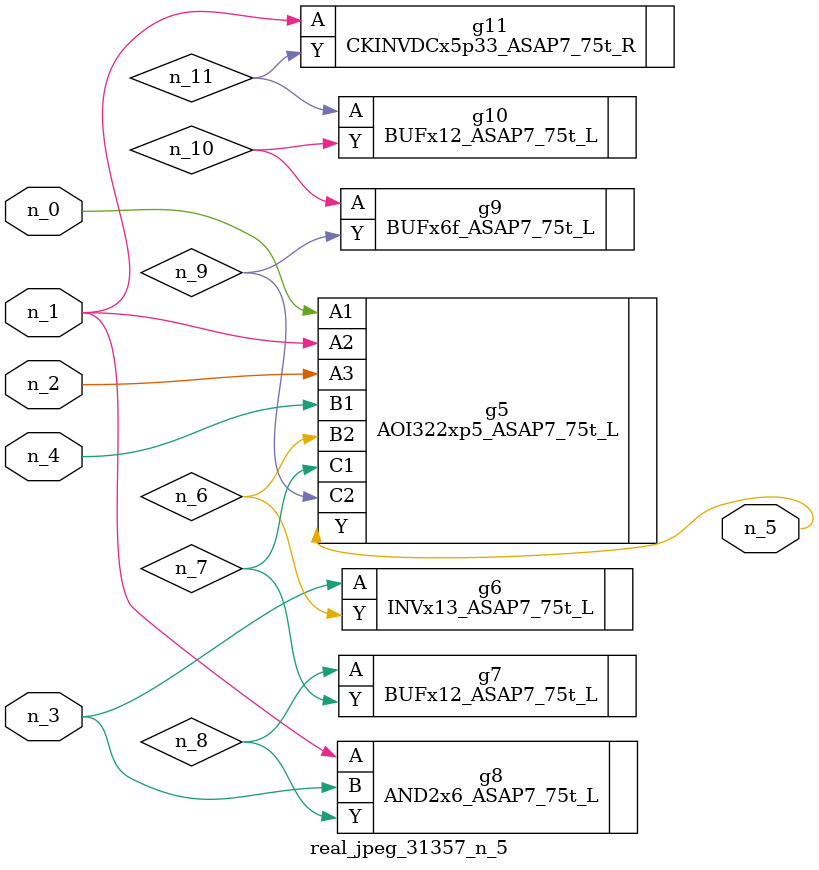
<source format=v>
module real_jpeg_31357_n_5 (n_4, n_0, n_1, n_2, n_3, n_5);

input n_4;
input n_0;
input n_1;
input n_2;
input n_3;

output n_5;

wire n_8;
wire n_11;
wire n_6;
wire n_7;
wire n_10;
wire n_9;

AOI322xp5_ASAP7_75t_L g5 ( 
.A1(n_0),
.A2(n_1),
.A3(n_2),
.B1(n_4),
.B2(n_6),
.C1(n_7),
.C2(n_9),
.Y(n_5)
);

AND2x6_ASAP7_75t_L g8 ( 
.A(n_1),
.B(n_3),
.Y(n_8)
);

CKINVDCx5p33_ASAP7_75t_R g11 ( 
.A(n_1),
.Y(n_11)
);

INVx13_ASAP7_75t_L g6 ( 
.A(n_3),
.Y(n_6)
);

BUFx12_ASAP7_75t_L g7 ( 
.A(n_8),
.Y(n_7)
);

BUFx6f_ASAP7_75t_L g9 ( 
.A(n_10),
.Y(n_9)
);

BUFx12_ASAP7_75t_L g10 ( 
.A(n_11),
.Y(n_10)
);


endmodule
</source>
